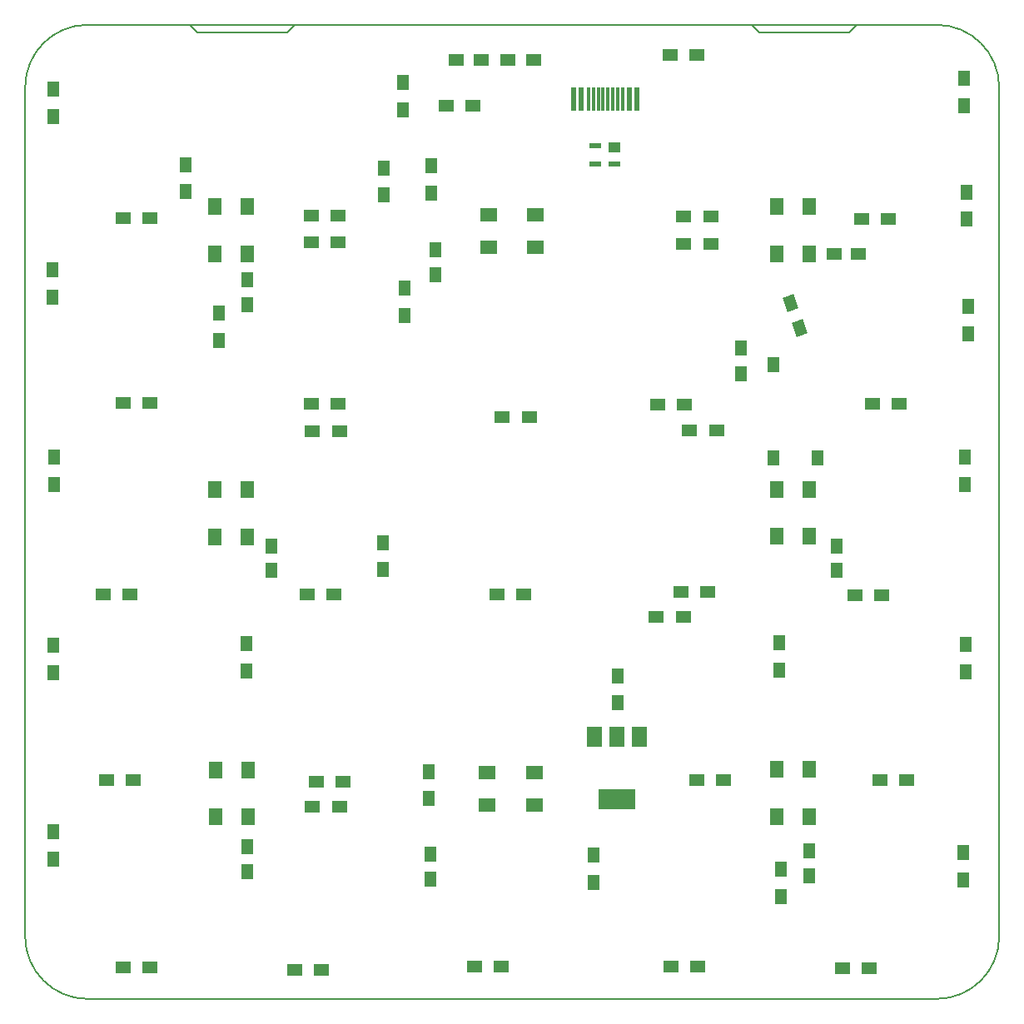
<source format=gbr>
%TF.GenerationSoftware,KiCad,Pcbnew,(5.0.0)*%
%TF.CreationDate,2018-08-30T21:25:35+03:00*%
%TF.ProjectId,Lysergic25,4C7973657267696332352E6B69636164,rev?*%
%TF.SameCoordinates,Original*%
%TF.FileFunction,Paste,Bot*%
%TF.FilePolarity,Positive*%
%FSLAX46Y46*%
G04 Gerber Fmt 4.6, Leading zero omitted, Abs format (unit mm)*
G04 Created by KiCad (PCBNEW (5.0.0)) date 08/30/18 21:25:35*
%MOMM*%
%LPD*%
G01*
G04 APERTURE LIST*
%ADD10C,0.150000*%
%ADD11R,1.300000X1.550000*%
%ADD12R,1.300000X1.540000*%
%ADD13R,1.250000X1.500000*%
%ADD14R,1.500000X1.250000*%
%ADD15R,1.200000X1.600000*%
%ADD16R,1.600000X1.200000*%
%ADD17R,1.400000X1.800000*%
%ADD18R,1.800000X1.400000*%
%ADD19R,1.500000X2.000000*%
%ADD20R,3.800000X2.000000*%
%ADD21R,1.500000X1.200000*%
%ADD22R,1.200000X1.500000*%
%ADD23C,1.200000*%
%ADD24R,1.200000X1.000000*%
%ADD25R,1.200000X0.600000*%
%ADD26R,1.500000X1.300000*%
%ADD27R,0.300000X2.450000*%
%ADD28R,0.600000X2.450000*%
%ADD29R,1.300000X1.500000*%
G04 APERTURE END LIST*
D10*
X73152000Y-83820000D02*
X62484000Y-83820000D01*
X16002000Y-83820000D02*
X5334000Y-83820000D01*
X73152000Y-83820000D02*
X81280000Y-83820000D01*
X16002000Y-83820000D02*
X62484000Y-83820000D01*
X5334000Y-83820000D02*
X-5080000Y-83820000D01*
X72390000Y-84582000D02*
X73152000Y-83820000D01*
X71882000Y-84582000D02*
X72390000Y-84582000D01*
X63246000Y-84582000D02*
X62484000Y-83820000D01*
X63754000Y-84582000D02*
X63246000Y-84582000D01*
X6096000Y-84582000D02*
X5334000Y-83820000D01*
X6604000Y-84582000D02*
X6096000Y-84582000D01*
X15240000Y-84582000D02*
X16002000Y-83820000D01*
X14732000Y-84582000D02*
X15240000Y-84582000D01*
X7112000Y-84582000D02*
X6604000Y-84582000D01*
X14224000Y-84582000D02*
X14732000Y-84582000D01*
X64262000Y-84582000D02*
X63754000Y-84582000D01*
X71374000Y-84582000D02*
X71882000Y-84582000D01*
X7366000Y-84582000D02*
X7112000Y-84582000D01*
X13970000Y-84582000D02*
X14224000Y-84582000D01*
X64516000Y-84582000D02*
X64262000Y-84582000D01*
X71120000Y-84582000D02*
X71374000Y-84582000D01*
X7366000Y-84582000D02*
X7874000Y-84582000D01*
X13970000Y-84582000D02*
X13462000Y-84582000D01*
X64516000Y-84582000D02*
X65024000Y-84582000D01*
X71120000Y-84582000D02*
X70612000Y-84582000D01*
X65024000Y-84582000D02*
X70612000Y-84582000D01*
X7874000Y-84582000D02*
X13462000Y-84582000D01*
X-11430000Y-90170000D02*
X-11430000Y-176530000D01*
X87630000Y-176530000D02*
X87630000Y-90170000D01*
X-5080000Y-182880000D02*
X81280000Y-182880000D01*
X-5080000Y-182880000D02*
G75*
G02X-11430000Y-176530000I0J6350000D01*
G01*
X-5080000Y-83820000D02*
G75*
G03X-11430000Y-90170000I0J-6350000D01*
G01*
X87630000Y-176530000D02*
G75*
G02X81280000Y-182880000I-6350000J0D01*
G01*
X81280000Y-83820000D02*
G75*
G02X87630000Y-90170000I0J-6350000D01*
G01*
D11*
%TO.C,SW1*%
X64679000Y-118376500D03*
X64679000Y-127876500D03*
D12*
X69179000Y-127876500D03*
%TD*%
D13*
%TO.C,C1*%
X13589000Y-136799000D03*
X13589000Y-139299000D03*
%TD*%
%TO.C,C2*%
X11176000Y-109768000D03*
X11176000Y-112268000D03*
%TD*%
%TO.C,C3*%
X30289500Y-106720000D03*
X30289500Y-109220000D03*
%TD*%
D14*
%TO.C,C4*%
X73322500Y-107124500D03*
X70822500Y-107124500D03*
%TD*%
D13*
%TO.C,C5*%
X71120000Y-136799000D03*
X71120000Y-139299000D03*
%TD*%
%TO.C,C6*%
X68326000Y-170350500D03*
X68326000Y-167850500D03*
%TD*%
%TO.C,C7*%
X11176000Y-169906000D03*
X11176000Y-167406000D03*
%TD*%
%TO.C,C8*%
X29768800Y-170668000D03*
X29768800Y-168168000D03*
%TD*%
D14*
%TO.C,C9*%
X32448500Y-87376000D03*
X34948500Y-87376000D03*
%TD*%
D15*
%TO.C,D1*%
X-8534400Y-90344800D03*
X-8534400Y-93144800D03*
%TD*%
%TO.C,D2*%
X26987500Y-92459000D03*
X26987500Y-89659000D03*
%TD*%
%TO.C,D3*%
X29845000Y-100968000D03*
X29845000Y-98168000D03*
%TD*%
D16*
%TO.C,D4*%
X55559500Y-103314500D03*
X58359500Y-103314500D03*
%TD*%
D15*
%TO.C,D5*%
X84018120Y-89239900D03*
X84018120Y-92039900D03*
%TD*%
%TO.C,D6*%
X-8636000Y-111509000D03*
X-8636000Y-108709000D03*
%TD*%
%TO.C,D7*%
X8255000Y-113154000D03*
X8255000Y-115954000D03*
%TD*%
%TO.C,D8*%
X27127200Y-110588600D03*
X27127200Y-113388600D03*
%TD*%
D16*
%TO.C,D9*%
X55559500Y-106108500D03*
X58359500Y-106108500D03*
%TD*%
D15*
%TO.C,D10*%
X84477860Y-115250420D03*
X84477860Y-112450420D03*
%TD*%
%TO.C,D11*%
X-8509000Y-127759000D03*
X-8509000Y-130559000D03*
%TD*%
D16*
%TO.C,D12*%
X17774000Y-125158500D03*
X20574000Y-125158500D03*
%TD*%
%TO.C,D13*%
X39881000Y-123698000D03*
X37081000Y-123698000D03*
%TD*%
%TO.C,D14*%
X58931000Y-125031500D03*
X56131000Y-125031500D03*
%TD*%
D15*
%TO.C,D15*%
X84137500Y-130559000D03*
X84137500Y-127759000D03*
%TD*%
%TO.C,D16*%
X-8534400Y-146923300D03*
X-8534400Y-149723300D03*
%TD*%
%TO.C,D17*%
X11112500Y-149545500D03*
X11112500Y-146745500D03*
%TD*%
D16*
%TO.C,D18*%
X55552800Y-144068800D03*
X52752800Y-144068800D03*
%TD*%
D15*
%TO.C,D19*%
X65278000Y-149482000D03*
X65278000Y-146682000D03*
%TD*%
%TO.C,D20*%
X84251800Y-149609000D03*
X84251800Y-146809000D03*
%TD*%
%TO.C,D21*%
X-8585200Y-168684400D03*
X-8585200Y-165884400D03*
%TD*%
D16*
%TO.C,D22*%
X17777000Y-163322000D03*
X20577000Y-163322000D03*
%TD*%
D15*
%TO.C,D23*%
X46355000Y-171021200D03*
X46355000Y-168221200D03*
%TD*%
%TO.C,D24*%
X65405000Y-172469000D03*
X65405000Y-169669000D03*
%TD*%
%TO.C,D25*%
X83947000Y-170830700D03*
X83947000Y-168030700D03*
%TD*%
D17*
%TO.C,LED1*%
X11175000Y-131077000D03*
X7875000Y-131077000D03*
X7875000Y-135877000D03*
X11175000Y-135877000D03*
%TD*%
%TO.C,LED2*%
X11175000Y-107124200D03*
X7875000Y-107124200D03*
X7875000Y-102324200D03*
X11175000Y-102324200D03*
%TD*%
D18*
%TO.C,LED3*%
X40474600Y-106475800D03*
X40474600Y-103175800D03*
X35674600Y-103175800D03*
X35674600Y-106475800D03*
%TD*%
D17*
%TO.C,LED4*%
X68350400Y-107124200D03*
X65050400Y-107124200D03*
X65050400Y-102324200D03*
X68350400Y-102324200D03*
%TD*%
%TO.C,LED5*%
X68350400Y-131051600D03*
X65050400Y-131051600D03*
X65050400Y-135851600D03*
X68350400Y-135851600D03*
%TD*%
%TO.C,LED6*%
X68325000Y-164325000D03*
X65025000Y-164325000D03*
X65025000Y-159525000D03*
X68325000Y-159525000D03*
%TD*%
D18*
%TO.C,LED7*%
X40373000Y-163194000D03*
X40373000Y-159894000D03*
X35573000Y-159894000D03*
X35573000Y-163194000D03*
%TD*%
D17*
%TO.C,LED8*%
X11238500Y-164388500D03*
X7938500Y-164388500D03*
X7938500Y-159588500D03*
X11238500Y-159588500D03*
%TD*%
D19*
%TO.C,Q1*%
X46468000Y-156235000D03*
X51068000Y-156235000D03*
X48768000Y-156235000D03*
D20*
X48768000Y-162535000D03*
%TD*%
D21*
%TO.C,R6*%
X1286500Y-103441500D03*
X-1413500Y-103441500D03*
%TD*%
%TO.C,R7*%
X20400000Y-105918000D03*
X17700000Y-105918000D03*
%TD*%
%TO.C,R8*%
X20400000Y-103251000D03*
X17700000Y-103251000D03*
%TD*%
%TO.C,R9*%
X76330800Y-103530400D03*
X73630800Y-103530400D03*
%TD*%
D22*
%TO.C,R10*%
X84330540Y-103524040D03*
X84330540Y-100824040D03*
%TD*%
D21*
%TO.C,R11*%
X1223000Y-122301000D03*
X-1477000Y-122301000D03*
%TD*%
%TO.C,R12*%
X20400000Y-122364500D03*
X17700000Y-122364500D03*
%TD*%
%TO.C,R13*%
X52917100Y-122402600D03*
X55617100Y-122402600D03*
%TD*%
D23*
%TO.C,R14*%
X66403773Y-112104315D03*
D10*
G36*
X67224104Y-112603872D02*
X66096473Y-113014297D01*
X65583442Y-111604758D01*
X66711073Y-111194333D01*
X67224104Y-112603872D01*
X67224104Y-112603872D01*
G37*
D23*
X67327227Y-114641485D03*
D10*
G36*
X68147558Y-115141042D02*
X67019927Y-115551467D01*
X66506896Y-114141928D01*
X67634527Y-113731503D01*
X68147558Y-115141042D01*
X68147558Y-115141042D01*
G37*
%TD*%
D21*
%TO.C,R15*%
X77423000Y-122364500D03*
X74723000Y-122364500D03*
%TD*%
%TO.C,R16*%
X-778520Y-141739620D03*
X-3478520Y-141739620D03*
%TD*%
%TO.C,R17*%
X19955500Y-141732000D03*
X17255500Y-141732000D03*
%TD*%
%TO.C,R18*%
X39269660Y-141706600D03*
X36569660Y-141706600D03*
%TD*%
%TO.C,R19*%
X55292000Y-141478000D03*
X57992000Y-141478000D03*
%TD*%
%TO.C,R20*%
X72945000Y-141859000D03*
X75645000Y-141859000D03*
%TD*%
%TO.C,R21*%
X-3128000Y-160655000D03*
X-428000Y-160655000D03*
%TD*%
%TO.C,R22*%
X18208000Y-160782000D03*
X20908000Y-160782000D03*
%TD*%
D22*
%TO.C,R23*%
X29591000Y-162513000D03*
X29591000Y-159813000D03*
%TD*%
D21*
%TO.C,R24*%
X56879500Y-160655000D03*
X59579500Y-160655000D03*
%TD*%
%TO.C,R25*%
X78248500Y-160591500D03*
X75548500Y-160591500D03*
%TD*%
%TO.C,R26*%
X1286500Y-179705000D03*
X-1413500Y-179705000D03*
%TD*%
%TO.C,R27*%
X18685500Y-179895500D03*
X15985500Y-179895500D03*
%TD*%
%TO.C,R28*%
X36973500Y-179578000D03*
X34273500Y-179578000D03*
%TD*%
%TO.C,R29*%
X56976000Y-179578000D03*
X54276000Y-179578000D03*
%TD*%
%TO.C,R30*%
X71700400Y-179730400D03*
X74400400Y-179730400D03*
%TD*%
D24*
%TO.C,U2*%
X48523400Y-96278000D03*
D25*
X48523400Y-97978000D03*
X46523400Y-97978000D03*
X46523400Y-96078000D03*
%TD*%
D26*
%TO.C,UR4*%
X34116000Y-92011500D03*
X31416000Y-92011500D03*
%TD*%
%TO.C,UR5*%
X54149000Y-86918800D03*
X56849000Y-86918800D03*
%TD*%
%TO.C,UR6*%
X40322500Y-87376000D03*
X37622500Y-87376000D03*
%TD*%
D27*
%TO.C,USB1*%
X47349600Y-91405400D03*
X47849600Y-91405400D03*
X48349600Y-91405400D03*
X46849600Y-91405400D03*
X48849600Y-91405400D03*
X46349600Y-91405400D03*
X49349600Y-91405400D03*
X45849600Y-91405400D03*
D28*
X45149600Y-91405400D03*
X50049600Y-91405400D03*
X44374600Y-91405400D03*
X50824600Y-91405400D03*
%TD*%
D29*
%TO.C,R1*%
X24942800Y-139217400D03*
X24942800Y-136517400D03*
%TD*%
%TO.C,R2*%
X48844200Y-150030200D03*
X48844200Y-152730200D03*
%TD*%
%TO.C,R3*%
X4889500Y-100774500D03*
X4889500Y-98074500D03*
%TD*%
%TO.C,R4*%
X25019000Y-98399600D03*
X25019000Y-101099600D03*
%TD*%
%TO.C,R5*%
X61404500Y-116649500D03*
X61404500Y-119349500D03*
%TD*%
M02*

</source>
